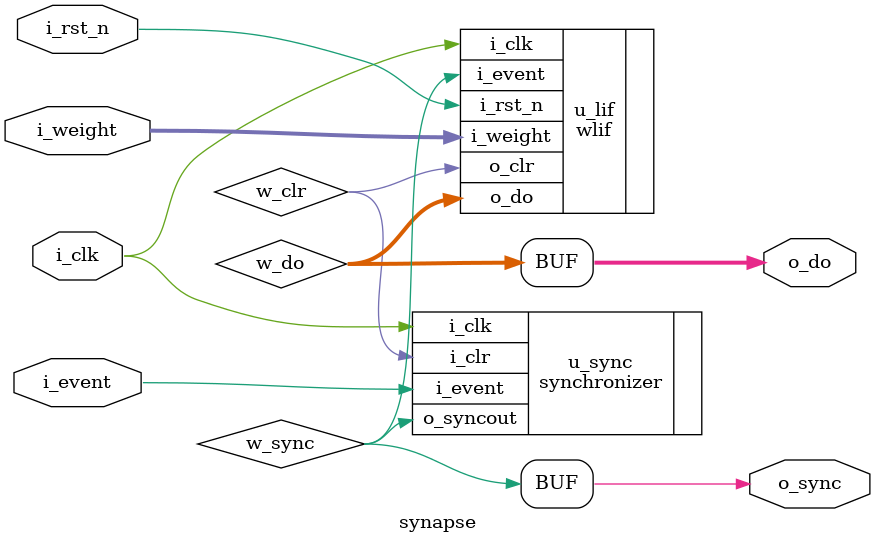
<source format=v>
`timescale 1ns/10ps
module synapse 
#(
parameter p_width = 8,
parameter p_resbit = 8)
(
input                           i_event,
input                           i_rst_n,
input                           i_clk,
input   [p_width-1:0]           i_weight,
output                          o_sync,
output  [p_width+p_resbit-1:0]  o_do
);

wire   w_clr;
wire   w_sync;
wire  [p_width+p_resbit-1:0]  w_do;
assign #1 o_do = w_do;
assign #1 o_sync = w_sync;

synchronizer u_sync
(
.i_event(i_event),
.i_clk(i_clk),
.i_clr(w_clr),
.o_syncout(w_sync)
);


wlif
#(.p_width(p_width),
  .p_nbit(p_resbit)) u_lif
(
.i_event(w_sync),
.i_rst_n(i_rst_n),
.i_clk(i_clk),
.i_weight(i_weight),
.o_clr(w_clr),
.o_do(w_do)
);

endmodule
</source>
